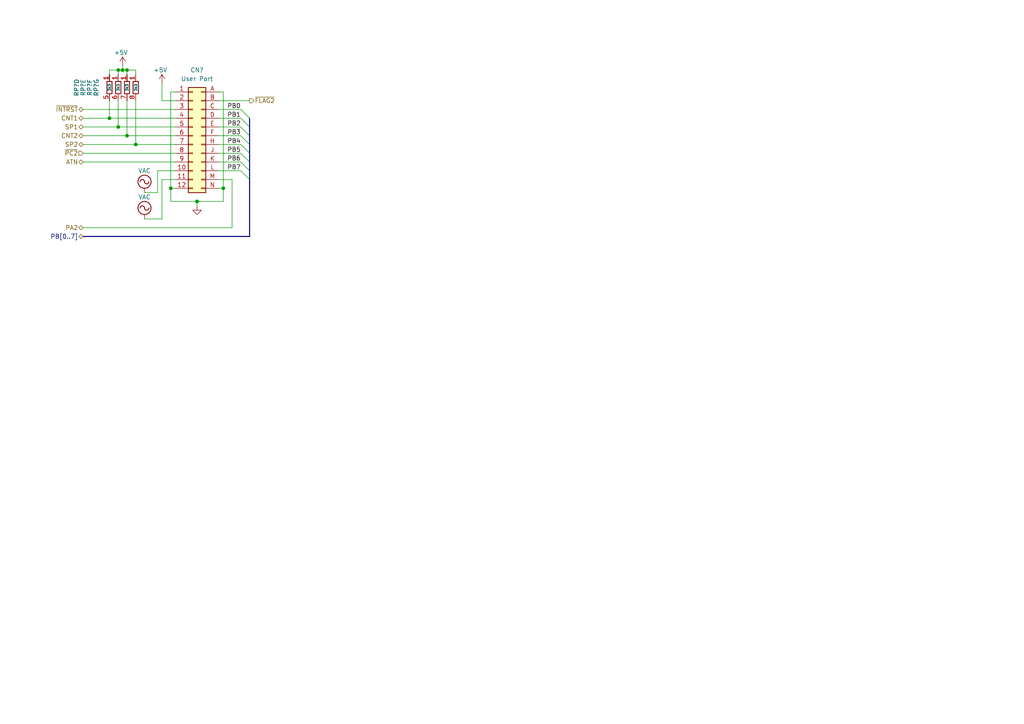
<source format=kicad_sch>
(kicad_sch (version 20231120) (generator "eeschema") (generator_version "8.0")
  (paper "A4")
  (title_block (title "Commodore 64 - User Port (schematic #251469)") (date "2019-08-11") (rev "0.2") (company "Commodore Business Machines, Inc.") (comment 1 "Based on C64/C64C Service Manual (1992-03) pp. 31-32 [PN-314001-03]") (comment 4 "KiCad schematic capture by Cumbayah! <cumbayah@subetha.dk>"))
  (lib_symbols
    (symbol "C64B-rescue:+5V-power" (power) (pin_names (offset 0))
      (property "Value" "power_+5V" (at 0 3.556 0))
      (symbol "+5V-power_0_1"
        (polyline (pts (xy -0.762 1.27) (xy 0 2.54)))
        (polyline (pts (xy 0 0) (xy 0 2.54)))
        (polyline (pts (xy 0 2.54) (xy 0.762 1.27)))
      )
      (symbol "+5V-power_1_1"
        (pin power_in line (at 0 0 90) (length 0) hide (name "+5V") (number "1"))
      )
    )
    (symbol "C64B-rescue:GND-power" (power) (pin_names (offset 0))
      (property "Value" "power_GND" (at 0 -3.81 0))
      (symbol "GND-power_0_1"
        (polyline (pts (xy 0 0) (xy 0 -1.27) (xy 1.27 -1.27) (xy 0 -2.54) (xy -1.27 -1.27) (xy 0 -1.27)))
      )
      (symbol "GND-power_1_1"
        (pin power_in line (at 0 0 270) (length 0) hide (name "GND") (number "1"))
      )
    )
    (symbol "Connector_Edge:Conn_02x12_Edge" (pin_names (offset 1.016) hide)
      (property "Reference" "J" (at 1.27 15.24 0))
      (property "Value" "Conn_02x12_Edge" (at 1.27 -17.78 0))
      (symbol "Conn_02x12_Edge_1_1"
        (rectangle (start -1.27 -15.113) (end 0 -15.367) (stroke (width 0.1524)))
        (rectangle (start -1.27 -12.573) (end 0 -12.827) (stroke (width 0.1524)))
        (rectangle (start -1.27 -10.033) (end 0 -10.287) (stroke (width 0.1524)))
        (rectangle (start -1.27 -7.493) (end 0 -7.747) (stroke (width 0.1524)))
        (rectangle (start -1.27 -4.953) (end 0 -5.207) (stroke (width 0.1524)))
        (rectangle (start -1.27 -2.413) (end 0 -2.667) (stroke (width 0.1524)))
        (rectangle (start -1.27 0.127) (end 0 -0.127) (stroke (width 0.1524)))
        (rectangle (start -1.27 2.667) (end 0 2.413) (stroke (width 0.1524)))
        (rectangle (start -1.27 5.207) (end 0 4.953) (stroke (width 0.1524)))
        (rectangle (start -1.27 7.747) (end 0 7.493) (stroke (width 0.1524)))
        (rectangle (start -1.27 10.287) (end 0 10.033) (stroke (width 0.1524)))
        (rectangle (start -1.27 12.827) (end 0 12.573) (stroke (width 0.1524)))
        (rectangle (start -1.27 13.97) (end 3.81 -16.51) (stroke (width 0.254)) (fill (type background)))
        (rectangle (start 3.81 -15.113) (end 2.54 -15.367) (stroke (width 0.1524)))
        (rectangle (start 3.81 -12.573) (end 2.54 -12.827) (stroke (width 0.1524)))
        (rectangle (start 3.81 -10.033) (end 2.54 -10.287) (stroke (width 0.1524)))
        (rectangle (start 3.81 -7.493) (end 2.54 -7.747) (stroke (width 0.1524)))
        (rectangle (start 3.81 -4.953) (end 2.54 -5.207) (stroke (width 0.1524)))
        (rectangle (start 3.81 -2.413) (end 2.54 -2.667) (stroke (width 0.1524)))
        (rectangle (start 3.81 0.127) (end 2.54 -0.127) (stroke (width 0.1524)))
        (rectangle (start 3.81 2.667) (end 2.54 2.413) (stroke (width 0.1524)))
        (rectangle (start 3.81 5.207) (end 2.54 4.953) (stroke (width 0.1524)))
        (rectangle (start 3.81 7.747) (end 2.54 7.493) (stroke (width 0.1524)))
        (rectangle (start 3.81 10.287) (end 2.54 10.033) (stroke (width 0.1524)))
        (rectangle (start 3.81 12.827) (end 2.54 12.573) (stroke (width 0.1524)))
        (pin passive line (at -5.08 12.7 0) (length 3.81) (name "Pin_1") (number "1"))
        (pin passive line (at -5.08 -10.16 0) (length 3.81) (name "Pin_10") (number "10"))
        (pin passive line (at -5.08 -12.7 0) (length 3.81) (name "Pin_11") (number "11"))
        (pin passive line (at -5.08 -15.24 0) (length 3.81) (name "Pin_12") (number "12"))
        (pin passive line (at -5.08 10.16 0) (length 3.81) (name "Pin_2") (number "2"))
        (pin passive line (at -5.08 7.62 0) (length 3.81) (name "Pin_3") (number "3"))
        (pin passive line (at -5.08 5.08 0) (length 3.81) (name "Pin_4") (number "4"))
        (pin passive line (at -5.08 2.54 0) (length 3.81) (name "Pin_5") (number "5"))
        (pin passive line (at -5.08 0 0) (length 3.81) (name "Pin_6") (number "6"))
        (pin passive line (at -5.08 -2.54 0) (length 3.81) (name "Pin_7") (number "7"))
        (pin passive line (at -5.08 -5.08 0) (length 3.81) (name "Pin_8") (number "8"))
        (pin passive line (at -5.08 -7.62 0) (length 3.81) (name "Pin_9") (number "9"))
        (pin passive line (at 7.62 12.7 180) (length 3.81) (name "Pin_A") (number "A"))
        (pin passive line (at 7.62 10.16 180) (length 3.81) (name "Pin_B") (number "B"))
        (pin passive line (at 7.62 7.62 180) (length 3.81) (name "Pin_C") (number "C"))
        (pin passive line (at 7.62 5.08 180) (length 3.81) (name "Pin_D") (number "D"))
        (pin passive line (at 7.62 2.54 180) (length 3.81) (name "Pin_E") (number "E"))
        (pin passive line (at 7.62 0 180) (length 3.81) (name "Pin_F") (number "F"))
        (pin passive line (at 7.62 -2.54 180) (length 3.81) (name "Pin_H") (number "H"))
        (pin passive line (at 7.62 -5.08 180) (length 3.81) (name "Pin_J") (number "J"))
        (pin passive line (at 7.62 -7.62 180) (length 3.81) (name "Pin_K") (number "K"))
        (pin passive line (at 7.62 -10.16 180) (length 3.81) (name "Pin_L") (number "L"))
        (pin passive line (at 7.62 -12.7 180) (length 3.81) (name "Pin_M") (number "M"))
        (pin passive line (at 7.62 -15.24 180) (length 3.81) (name "Pin_N") (number "N"))
      )
    )
    (symbol "Resistor_Pack:R_Network07_Split" (pin_names (offset 1.016) hide)
      (property "Reference" "RN" (at 1.27 0.635 0))
      (property "Value" "R_Network07_Split" (at 1.27 -1.27 0))
      (symbol "R_Network07_Split_0_0"
        (pin passive line (at 0 3.81 270) (length 2.032) (name "common") (number "1"))
      )
      (symbol "R_Network07_Split_0_1"
        (rectangle (start -0.762 1.778) (end 0.762 -1.778) (stroke (width 0.2032)))
      )
      (symbol "R_Network07_Split_1_1"
        (pin passive line (at 0 -3.81 90) (length 2.032) (name "R1") (number "2"))
      )
      (symbol "R_Network07_Split_2_1"
        (rectangle (start -0.762 1.778) (end 0.762 -1.778) (stroke (width 0.2032)))
        (pin passive line (at 0 3.81 270) (length 2.032) (name "common") (number "1"))
        (pin passive line (at 0 -3.81 90) (length 2.032) (name "R2") (number "3"))
      )
      (symbol "R_Network07_Split_3_1"
        (rectangle (start -0.762 1.778) (end 0.762 -1.778) (stroke (width 0.2032)))
        (pin passive line (at 0 3.81 270) (length 2.032) (name "common") (number "1"))
        (pin passive line (at 0 -3.81 90) (length 2.032) (name "R3") (number "4"))
      )
      (symbol "R_Network07_Split_4_1"
        (rectangle (start -0.762 1.778) (end 0.762 -1.778) (stroke (width 0.2032)))
        (pin passive line (at 0 3.81 270) (length 2.032) (name "common") (number "1"))
        (pin passive line (at 0 -3.81 90) (length 2.032) (name "R4") (number "5"))
      )
      (symbol "R_Network07_Split_5_1"
        (rectangle (start -0.762 1.778) (end 0.762 -1.778) (stroke (width 0.2032)))
        (pin passive line (at 0 3.81 270) (length 2.032) (name "common") (number "1"))
        (pin passive line (at 0 -3.81 90) (length 2.032) (name "R5") (number "6"))
      )
      (symbol "R_Network07_Split_6_1"
        (rectangle (start -0.762 1.778) (end 0.762 -1.778) (stroke (width 0.2032)))
        (pin passive line (at 0 3.81 270) (length 2.032) (name "common") (number "1"))
        (pin passive line (at 0 -3.81 90) (length 2.032) (name "R6") (number "7"))
      )
      (symbol "R_Network07_Split_7_1"
        (rectangle (start -0.762 1.778) (end 0.762 -1.778) (stroke (width 0.2032)))
        (pin passive line (at 0 3.81 270) (length 2.032) (name "common") (number "1"))
        (pin passive line (at 0 -3.81 90) (length 2.032) (name "R7") (number "8"))
      )
    )
    (symbol "power_more:9VAC1" (power) (pin_names (offset 0))
      (property "Value" "9VAC1" (at 0 6.35 0))
      (symbol "9VAC1_0_1"
        (polyline (pts (xy 0 0) (xy 0 1.27)))
        (arc (start 0 3.175) (mid -0.635 3.81) (end -1.27 3.175) (stroke (width 0.254)))
        (arc (start 0 3.175) (mid 0.635 2.54) (end 1.27 3.175) (stroke (width 0.254)))
        (circle (center 0 3.175) (radius 1.905) (stroke (width 0.254)))
      )
      (symbol "9VAC1_1_1"
        (pin power_in line (at 0 0 90) (length 0) hide (name "VAC") (number "1"))
      )
    )
    (symbol "power_more:9VAC2" (power) (pin_names (offset 0))
      (property "Value" "9VAC2" (at 0 6.35 0))
      (symbol "9VAC2_0_1"
        (polyline (pts (xy 0 0) (xy 0 1.27)))
        (arc (start 0 3.175) (mid -0.635 3.81) (end -1.27 3.175) (stroke (width 0.254)))
        (arc (start 0 3.175) (mid 0.635 2.54) (end 1.27 3.175) (stroke (width 0.254)))
        (circle (center 0 3.175) (radius 1.905) (stroke (width 0.254)))
      )
      (symbol "9VAC2_1_1"
        (pin power_in line (at 0 0 90) (length 0) hide (name "VAC") (number "1"))
      )
    )
  )
  (junction (at 35.56 20.32))
  (junction (at 57.15 58.42))
  (junction (at 64.77 54.61))
  (junction (at 36.83 39.37))
  (junction (at 34.29 20.32))
  (junction (at 39.37 41.91))
  (junction (at 36.83 20.32))
  (junction (at 49.53 54.61))
  (junction (at 31.75 34.29))
  (junction (at 34.29 36.83))
  (bus_entry (at 72.39 44.45) (size -2.54 -2.54))
  (bus_entry (at 72.39 36.83) (size -2.54 -2.54))
  (bus_entry (at 72.39 46.99) (size -2.54 -2.54))
  (bus_entry (at 72.39 52.07) (size -2.54 -2.54))
  (bus_entry (at 72.39 49.53) (size -2.54 -2.54))
  (bus_entry (at 72.39 39.37) (size -2.54 -2.54))
  (bus_entry (at 69.85 31.75) (size 2.54 2.54))
  (bus_entry (at 72.39 41.91) (size -2.54 -2.54))
  (bus (pts (xy 72.39 52.07) (xy 72.39 68.58)))
  (bus (pts (xy 72.39 41.91) (xy 72.39 44.45)))
  (wire (pts (xy 64.77 58.42) (xy 64.77 54.61)))
  (bus (pts (xy 72.39 39.37) (xy 72.39 41.91)))
  (wire (pts (xy 36.83 20.32) (xy 39.37 20.32)))
  (wire (pts (xy 34.29 36.83) (xy 34.29 29.21)))
  (wire (pts (xy 50.8 46.99) (xy 24.13 46.99)))
  (wire (pts (xy 35.56 20.32) (xy 36.83 20.32)))
  (wire (pts (xy 34.29 21.59) (xy 34.29 20.32)))
  (wire (pts (xy 39.37 41.91) (xy 39.37 29.21)))
  (wire (pts (xy 50.8 52.07) (xy 46.99 52.07)))
  (wire (pts (xy 63.5 49.53) (xy 69.85 49.53)))
  (wire (pts (xy 46.99 29.21) (xy 46.99 24.13)))
  (wire (pts (xy 36.83 21.59) (xy 36.83 20.32)))
  (wire (pts (xy 63.5 26.67) (xy 64.77 26.67)))
  (wire (pts (xy 34.29 36.83) (xy 50.8 36.83)))
  (wire (pts (xy 63.5 52.07) (xy 67.31 52.07)))
  (wire (pts (xy 50.8 31.75) (xy 24.13 31.75)))
  (wire (pts (xy 39.37 41.91) (xy 50.8 41.91)))
  (wire (pts (xy 49.53 54.61) (xy 49.53 26.67)))
  (wire (pts (xy 67.31 52.07) (xy 67.31 66.04)))
  (wire (pts (xy 24.13 36.83) (xy 34.29 36.83)))
  (wire (pts (xy 24.13 39.37) (xy 36.83 39.37)))
  (wire (pts (xy 49.53 58.42) (xy 57.15 58.42)))
  (wire (pts (xy 63.5 31.75) (xy 69.85 31.75)))
  (wire (pts (xy 50.8 54.61) (xy 49.53 54.61)))
  (bus (pts (xy 72.39 36.83) (xy 72.39 39.37)))
  (wire (pts (xy 57.15 58.42) (xy 64.77 58.42)))
  (wire (pts (xy 49.53 54.61) (xy 49.53 58.42)))
  (wire (pts (xy 31.75 34.29) (xy 50.8 34.29)))
  (wire (pts (xy 63.5 46.99) (xy 69.85 46.99)))
  (wire (pts (xy 31.75 34.29) (xy 31.75 29.21)))
  (wire (pts (xy 64.77 54.61) (xy 63.5 54.61)))
  (bus (pts (xy 72.39 49.53) (xy 72.39 52.07)))
  (wire (pts (xy 45.72 55.88) (xy 41.91 55.88)))
  (wire (pts (xy 50.8 49.53) (xy 45.72 49.53)))
  (wire (pts (xy 63.5 39.37) (xy 69.85 39.37)))
  (wire (pts (xy 31.75 20.32) (xy 34.29 20.32)))
  (wire (pts (xy 72.39 29.21) (xy 63.5 29.21)))
  (wire (pts (xy 45.72 49.53) (xy 45.72 55.88)))
  (bus (pts (xy 72.39 44.45) (xy 72.39 46.99)))
  (wire (pts (xy 63.5 36.83) (xy 69.85 36.83)))
  (wire (pts (xy 36.83 39.37) (xy 50.8 39.37)))
  (bus (pts (xy 72.39 34.29) (xy 72.39 36.83)))
  (wire (pts (xy 63.5 41.91) (xy 69.85 41.91)))
  (wire (pts (xy 24.13 41.91) (xy 39.37 41.91)))
  (wire (pts (xy 64.77 26.67) (xy 64.77 54.61)))
  (wire (pts (xy 24.13 34.29) (xy 31.75 34.29)))
  (wire (pts (xy 63.5 44.45) (xy 69.85 44.45)))
  (wire (pts (xy 31.75 21.59) (xy 31.75 20.32)))
  (wire (pts (xy 50.8 29.21) (xy 46.99 29.21)))
  (wire (pts (xy 49.53 26.67) (xy 50.8 26.67)))
  (wire (pts (xy 50.8 44.45) (xy 24.13 44.45)))
  (bus (pts (xy 72.39 68.58) (xy 24.13 68.58)))
  (wire (pts (xy 24.13 66.04) (xy 67.31 66.04)))
  (wire (pts (xy 35.56 20.32) (xy 35.56 19.05)))
  (wire (pts (xy 36.83 39.37) (xy 36.83 29.21)))
  (wire (pts (xy 57.15 58.42) (xy 57.15 59.69)))
  (bus (pts (xy 72.39 46.99) (xy 72.39 49.53)))
  (wire (pts (xy 63.5 34.29) (xy 69.85 34.29)))
  (wire (pts (xy 39.37 20.32) (xy 39.37 21.59)))
  (wire (pts (xy 34.29 20.32) (xy 35.56 20.32)))
  (wire (pts (xy 46.99 52.07) (xy 46.99 63.5)))
  (wire (pts (xy 41.91 63.5) (xy 46.99 63.5)))
  (label "PB6" (at 69.85 46.99 180))
  (label "PB7" (at 69.85 49.53 180))
  (label "PB1" (at 69.85 34.29 180))
  (label "PB3" (at 69.85 39.37 180))
  (label "PB2" (at 69.85 36.83 180))
  (label "PB4" (at 69.85 41.91 180))
  (label "PB5" (at 69.85 44.45 180))
  (label "PB0" (at 69.85 31.75 180))
  (hierarchical_label "~{PC2}" (shape input) (at 24.13 44.45 180))
  (hierarchical_label "CNT1" (shape bidirectional) (at 24.13 34.29 180))
  (hierarchical_label "CNT2" (shape bidirectional) (at 24.13 39.37 180))
  (hierarchical_label "~{FLAG2}" (shape output) (at 72.39 29.21 0))
  (hierarchical_label "PB[0..7]" (shape bidirectional) (at 24.13 68.58 180))
  (hierarchical_label "ATN" (shape bidirectional) (at 24.13 46.99 180))
  (hierarchical_label "SP1" (shape bidirectional) (at 24.13 36.83 180))
  (hierarchical_label "SP2" (shape bidirectional) (at 24.13 41.91 180))
  (hierarchical_label "PA2" (shape bidirectional) (at 24.13 66.04 180))
  (hierarchical_label "~{INTRST}" (shape bidirectional) (at 24.13 31.75 180))
  (symbol (lib_id "Connector_Edge:Conn_02x12_Edge") (at 55.88 39.37 0) (unit 1)
    (property "Reference" "CN2" (at 57.15 20.32 0))
    (property "Value" "User Port" (at 57.15 22.86 0))
    (instances (project "" (path "" (reference "CN?") (unit 1)) (path "" (reference "CN2") (unit 1))))
  )
  (symbol (lib_id "C64B-rescue:+5V-power") (at 46.99 24.13 0) (unit 1)
    (property "Reference" "#PWR?" (effects (hide yes)))
    (property "Value" "+5V" (at 44.45 20.32 0) (effects (justify left)))
    (instances (project "" (path "" (reference "#PWR?") (unit 1)) (path "" (reference "#PWR?") (unit 1)) (path "" (reference "#PWR0214") (unit 1))))
  )
  (symbol (lib_id "C64B-rescue:GND-power") (at 57.15 59.69 0) (unit 1)
    (property "Reference" "#PWR0215" (effects (hide yes)))
    (property "Value" "GND" (effects (hide yes)))
    (instances (project "" (path "" (reference "#PWR?") (unit 1)) (path "" (reference "#PWR0215") (unit 1))))
  )
  (symbol (lib_id "power_more:9VAC2") (at 41.91 63.5 0) (unit 1)
    (property "Reference" "#PWR0217" (effects (hide yes)))
    (property "Value" "VAC" (at 41.91 57.15 0))
    (instances (project "" (path "" (reference "#PWR?") (unit 1)) (path "" (reference "#PWR0217") (unit 1))))
  )
  (symbol (lib_id "power_more:9VAC1") (at 41.91 55.88 0) (unit 1)
    (property "Reference" "#PWR0216" (effects (hide yes)))
    (property "Value" "VAC" (at 41.91 49.53 0))
    (instances (project "" (path "" (reference "#PWR?") (unit 1)) (path "" (reference "#PWR0216") (unit 1))))
  )
  (symbol (lib_name "Resistor_Pack:R_Network07_Split") (lib_id "Resistor_Pack:R_Network07_Split") (at 39.37 25.4 0) (unit 7)
    (property "Reference" "RP3" (at 27.94 25.4 90))
    (property "Value" "3k3" (at 39.37 25.4 90) (effects (font (size 0.762 0.762))))
    (property "Datasheet" "http://www.vishay.com/docs/31509/csc.pdf" (effects (hide yes)))
    (property "Note" "8 Pin (Bourns No.4308R-101-332)" (effects (hide yes)))
    (instances (project "" (path "" (reference "RP?") (unit 7)) (path "" (reference "RP3") (unit 7))))
  )
  (symbol (lib_name "Resistor_Pack:R_Network07_Split") (lib_id "Resistor_Pack:R_Network07_Split") (at 36.83 25.4 0) (unit 6)
    (property "Reference" "RP3" (at 26.035 25.4 90))
    (property "Value" "3k3" (at 36.83 25.4 90) (effects (font (size 0.762 0.762))))
    (property "Datasheet" "http://www.vishay.com/docs/31509/csc.pdf" (effects (hide yes)))
    (property "Note" "8 Pin (Bourns No.4308R-101-332)" (effects (hide yes)))
    (instances (project "" (path "" (reference "RP?") (unit 6)) (path "" (reference "RP3") (unit 6))))
  )
  (symbol (lib_name "Resistor_Pack:R_Network07_Split") (lib_id "Resistor_Pack:R_Network07_Split") (at 34.29 25.4 0) (unit 5)
    (property "Reference" "RP3" (at 24.13 25.4 90))
    (property "Value" "3k3" (at 34.29 25.4 90) (effects (font (size 0.762 0.762))))
    (property "Datasheet" "http://www.vishay.com/docs/31509/csc.pdf" (effects (hide yes)))
    (property "Note" "8 Pin (Bourns No.4308R-101-332)" (effects (hide yes)))
    (instances (project "" (path "" (reference "RP?") (unit 5)) (path "" (reference "RP3") (unit 5))))
  )
  (symbol (lib_name "Resistor_Pack:R_Network07_Split") (lib_id "Resistor_Pack:R_Network07_Split") (at 31.75 25.4 0) (unit 4)
    (property "Reference" "RP3" (at 22.225 25.4 90))
    (property "Value" "3k3" (at 31.75 25.4 90) (effects (font (size 0.762 0.762))))
    (property "Datasheet" "http://www.vishay.com/docs/31509/csc.pdf" (effects (hide yes)))
    (property "Note" "8 Pin (Bourns No.4308R-101-332)" (effects (hide yes)))
    (instances (project "" (path "" (reference "RP?") (unit 4)) (path "" (reference "RP3") (unit 4))))
  )
  (symbol (lib_id "C64B-rescue:+5V-power") (at 35.56 19.05 0) (unit 1)
    (property "Reference" "#PWR?" (effects (hide yes)))
    (property "Value" "+5V" (at 33.02 15.24 0) (effects (justify left)))
    (instances (project "" (path "" (reference "#PWR?") (unit 1)) (path "" (reference "#PWR?") (unit 1)) (path "" (reference "#PWR0106") (unit 1))))
  )
)
</source>
